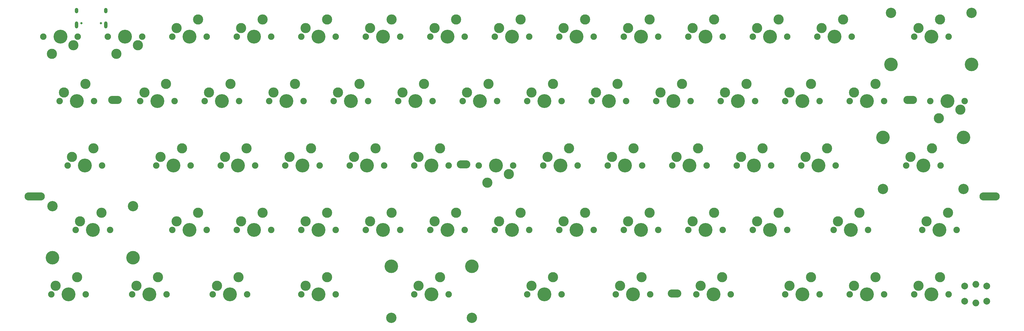
<source format=gbr>
%TF.GenerationSoftware,KiCad,Pcbnew,7.0.1*%
%TF.CreationDate,2025-02-28T05:26:20+09:00*%
%TF.ProjectId,bonyo6x_panel,626f6e79-6f36-4785-9f70-616e656c2e6b,rev?*%
%TF.SameCoordinates,Original*%
%TF.FileFunction,Soldermask,Top*%
%TF.FilePolarity,Negative*%
%FSLAX46Y46*%
G04 Gerber Fmt 4.6, Leading zero omitted, Abs format (unit mm)*
G04 Created by KiCad (PCBNEW 7.0.1) date 2025-02-28 05:26:20*
%MOMM*%
%LPD*%
G01*
G04 APERTURE LIST*
%ADD10C,1.900000*%
%ADD11C,3.000000*%
%ADD12C,4.100000*%
%ADD13C,4.000000*%
%ADD14C,3.050000*%
%ADD15O,4.000000X2.400000*%
%ADD16O,6.000000X2.400000*%
%ADD17C,2.000000*%
%ADD18O,2.000000X2.000000*%
%ADD19C,0.650000*%
%ADD20O,1.000000X1.600000*%
%ADD21O,1.000000X2.100000*%
G04 APERTURE END LIST*
D10*
%TO.C,SW16*%
X90170056Y-67865666D03*
D11*
X91440056Y-65325666D03*
D12*
X95250056Y-67865666D03*
D11*
X97790056Y-62785666D03*
D10*
X100330056Y-67865666D03*
%TD*%
%TO.C,SW57*%
X111601306Y-125015666D03*
D11*
X112871306Y-122475666D03*
D12*
X116681306Y-125015666D03*
D11*
X119221306Y-119935666D03*
D10*
X121761306Y-125015666D03*
%TD*%
%TO.C,SW23*%
X223520056Y-67865666D03*
D11*
X224790056Y-65325666D03*
D12*
X228600056Y-67865666D03*
D11*
X231140056Y-62785666D03*
D10*
X233680056Y-67865666D03*
%TD*%
%TO.C,SW6*%
X156845056Y-48815666D03*
D11*
X158115056Y-46275666D03*
D12*
X161925056Y-48815666D03*
D11*
X164465056Y-43735666D03*
D10*
X167005056Y-48815666D03*
%TD*%
D13*
%TO.C,SW59*%
X164312648Y-116775730D03*
D14*
X164312648Y-132015730D03*
D10*
X171132648Y-125015730D03*
D11*
X172402648Y-122475730D03*
D12*
X176212648Y-125015730D03*
D11*
X178752648Y-119935730D03*
D10*
X181292648Y-125015730D03*
D13*
X188112648Y-116775730D03*
D14*
X188112648Y-132015730D03*
%TD*%
D10*
%TO.C,SW31*%
X113982556Y-86915666D03*
D11*
X115252556Y-84375666D03*
D12*
X119062556Y-86915666D03*
D11*
X121602556Y-81835666D03*
D10*
X124142556Y-86915666D03*
%TD*%
%TO.C,SW62*%
X254476468Y-125015730D03*
D11*
X255746468Y-122475730D03*
D12*
X259556468Y-125015730D03*
D11*
X262096468Y-119935730D03*
D10*
X264636468Y-125015730D03*
%TD*%
%TO.C,SW1*%
X71755056Y-48815666D03*
D11*
X70485056Y-51355666D03*
D12*
X66675056Y-48815666D03*
D11*
X64135056Y-53895666D03*
D10*
X61595056Y-48815666D03*
%TD*%
%TO.C,SW18*%
X128270056Y-67865666D03*
D11*
X129540056Y-65325666D03*
D12*
X133350056Y-67865666D03*
D11*
X135890056Y-62785666D03*
D10*
X138430056Y-67865666D03*
%TD*%
%TO.C,SW32*%
X133032556Y-86915666D03*
D11*
X134302556Y-84375666D03*
D12*
X138112556Y-86915666D03*
D11*
X140652556Y-81835666D03*
D10*
X143192556Y-86915666D03*
%TD*%
%TO.C,SW63*%
X280670240Y-125015730D03*
D11*
X281940240Y-122475730D03*
D12*
X285750240Y-125015730D03*
D11*
X288290240Y-119935730D03*
D10*
X290830240Y-125015730D03*
%TD*%
%TO.C,SW49*%
X213995184Y-105965714D03*
D11*
X215265184Y-103425714D03*
D12*
X219075184Y-105965714D03*
D11*
X221615184Y-100885714D03*
D10*
X224155184Y-105965714D03*
%TD*%
%TO.C,SW61*%
X230663948Y-125015730D03*
D11*
X231933948Y-122475730D03*
D12*
X235743948Y-125015730D03*
D11*
X238283948Y-119935730D03*
D10*
X240823948Y-125015730D03*
%TD*%
%TO.C,SW45*%
X137795120Y-105965666D03*
D11*
X139065120Y-103425666D03*
D12*
X142875120Y-105965666D03*
D11*
X145415120Y-100885666D03*
D10*
X147955120Y-105965666D03*
%TD*%
%TO.C,SW24*%
X242570056Y-67865666D03*
D11*
X243840056Y-65325666D03*
D12*
X247650056Y-67865666D03*
D11*
X250190056Y-62785666D03*
D10*
X252730056Y-67865666D03*
%TD*%
%TO.C,SW51*%
X252095216Y-105965666D03*
D11*
X253365216Y-103425666D03*
D12*
X257175216Y-105965666D03*
D11*
X259715216Y-100885666D03*
D10*
X262255216Y-105965666D03*
%TD*%
%TO.C,SW39*%
X266382556Y-86915666D03*
D11*
X267652556Y-84375666D03*
D12*
X271462556Y-86915666D03*
D11*
X274002556Y-81835666D03*
D10*
X276542556Y-86915666D03*
%TD*%
%TO.C,SW19*%
X147320056Y-67865666D03*
D11*
X148590056Y-65325666D03*
D12*
X152400056Y-67865666D03*
D11*
X154940056Y-62785666D03*
D10*
X157480056Y-67865666D03*
%TD*%
%TO.C,SW36*%
X209232556Y-86915666D03*
D11*
X210502556Y-84375666D03*
D12*
X214312556Y-86915666D03*
D11*
X216852556Y-81835666D03*
D10*
X219392556Y-86915666D03*
%TD*%
%TO.C,SW53*%
X294957752Y-105965714D03*
D11*
X296227752Y-103425714D03*
D12*
X300037752Y-105965714D03*
D11*
X302577752Y-100885714D03*
D10*
X305117752Y-105965714D03*
%TD*%
D15*
%TO.C,REF\u002A\u002A*%
X248026956Y-124817616D03*
%TD*%
%TO.C,REF\u002A\u002A*%
X185727556Y-86616916D03*
%TD*%
D10*
%TO.C,SW21*%
X185420056Y-67865666D03*
D11*
X186690056Y-65325666D03*
D12*
X190500056Y-67865666D03*
D11*
X193040056Y-62785666D03*
D10*
X195580056Y-67865666D03*
%TD*%
%TO.C,SW11*%
X252095056Y-48815666D03*
D11*
X253365056Y-46275666D03*
D12*
X257175056Y-48815666D03*
D11*
X259715056Y-43735666D03*
D10*
X262255056Y-48815666D03*
%TD*%
%TO.C,SW50*%
X233045200Y-105965714D03*
D11*
X234315200Y-103425714D03*
D12*
X238125200Y-105965714D03*
D11*
X240665200Y-100885714D03*
D10*
X243205200Y-105965714D03*
%TD*%
D16*
%TO.C,REF\u002A\u002A*%
X341068756Y-96118116D03*
%TD*%
D10*
%TO.C,SW20*%
X166370056Y-67865666D03*
D11*
X167640056Y-65325666D03*
D12*
X171450056Y-67865666D03*
D11*
X173990056Y-62785666D03*
D10*
X176530056Y-67865666D03*
%TD*%
D14*
%TO.C,SW14*%
X311950056Y-41815666D03*
D13*
X311950056Y-57055666D03*
D10*
X318770056Y-48815666D03*
D11*
X320040056Y-46275666D03*
D12*
X323850056Y-48815666D03*
D11*
X326390056Y-43735666D03*
D10*
X328930056Y-48815666D03*
D14*
X335750056Y-41815666D03*
D13*
X335750056Y-57055666D03*
%TD*%
D10*
%TO.C,SW47*%
X175895152Y-105965666D03*
D11*
X177165152Y-103425666D03*
D12*
X180975152Y-105965666D03*
D11*
X183515152Y-100885666D03*
D10*
X186055152Y-105965666D03*
%TD*%
%TO.C,SW60*%
X204470176Y-125015730D03*
D11*
X205740176Y-122475730D03*
D12*
X209550176Y-125015730D03*
D11*
X212090176Y-119935730D03*
D10*
X214630176Y-125015730D03*
%TD*%
D13*
%TO.C,SW41*%
X309568806Y-78675666D03*
D14*
X309568806Y-93915666D03*
D10*
X316388806Y-86915666D03*
D11*
X317658806Y-84375666D03*
D12*
X321468806Y-86915666D03*
D11*
X324008806Y-81835666D03*
D10*
X326548806Y-86915666D03*
D13*
X333368806Y-78675666D03*
D14*
X333368806Y-93915666D03*
%TD*%
D10*
%TO.C,SW25*%
X261620056Y-67865666D03*
D11*
X262890056Y-65325666D03*
D12*
X266700056Y-67865666D03*
D11*
X269240056Y-62785666D03*
D10*
X271780056Y-67865666D03*
%TD*%
%TO.C,SW40*%
X285432556Y-86915666D03*
D11*
X286702556Y-84375666D03*
D12*
X290512556Y-86915666D03*
D11*
X293052556Y-81835666D03*
D10*
X295592556Y-86915666D03*
%TD*%
%TO.C,SW46*%
X156845136Y-105965714D03*
D11*
X158115136Y-103425714D03*
D12*
X161925136Y-105965714D03*
D11*
X164465136Y-100885714D03*
D10*
X167005136Y-105965714D03*
%TD*%
%TO.C,SW44*%
X118745104Y-105965714D03*
D11*
X120015104Y-103425714D03*
D12*
X123825104Y-105965714D03*
D11*
X126365104Y-100885714D03*
D10*
X128905104Y-105965714D03*
%TD*%
%TO.C,SW13*%
X290195056Y-48815666D03*
D11*
X291465056Y-46275666D03*
D12*
X295275056Y-48815666D03*
D11*
X297815056Y-43735666D03*
D10*
X300355056Y-48815666D03*
%TD*%
%TO.C,SW30*%
X94932556Y-86915698D03*
D11*
X96202556Y-84375698D03*
D12*
X100012556Y-86915698D03*
D11*
X102552556Y-81835698D03*
D10*
X105092556Y-86915698D03*
%TD*%
%TO.C,SW17*%
X109220056Y-67865666D03*
D11*
X110490056Y-65325666D03*
D12*
X114300056Y-67865666D03*
D11*
X116840056Y-62785666D03*
D10*
X119380056Y-67865666D03*
%TD*%
%TO.C,SW54*%
X321151306Y-105965666D03*
D11*
X322421306Y-103425666D03*
D12*
X326231306Y-105965666D03*
D11*
X328771306Y-100885666D03*
D10*
X331311306Y-105965666D03*
%TD*%
%TO.C,SW2*%
X90805056Y-48815666D03*
D11*
X89535056Y-51355666D03*
D12*
X85725056Y-48815666D03*
D11*
X83185056Y-53895666D03*
D10*
X80645056Y-48815666D03*
%TD*%
%TO.C,SW29*%
X68738806Y-86915698D03*
D11*
X70008806Y-84375698D03*
D12*
X73818806Y-86915698D03*
D11*
X76358806Y-81835698D03*
D10*
X78898806Y-86915698D03*
%TD*%
%TO.C,SW65*%
X318770272Y-125015666D03*
D11*
X320040272Y-122475666D03*
D12*
X323850272Y-125015666D03*
D11*
X326390272Y-119935666D03*
D10*
X328930272Y-125015666D03*
%TD*%
%TO.C,SW52*%
X271145232Y-105965714D03*
D11*
X272415232Y-103425714D03*
D12*
X276225232Y-105965714D03*
D11*
X278765232Y-100885714D03*
D10*
X281305232Y-105965714D03*
%TD*%
%TO.C,SW10*%
X233045056Y-48815666D03*
D11*
X234315056Y-46275666D03*
D12*
X238125056Y-48815666D03*
D11*
X240665056Y-43735666D03*
D10*
X243205056Y-48815666D03*
%TD*%
%TO.C,SW9*%
X213995056Y-48815666D03*
D11*
X215265056Y-46275666D03*
D12*
X219075056Y-48815666D03*
D11*
X221615056Y-43735666D03*
D10*
X224155056Y-48815666D03*
%TD*%
%TO.C,SW55*%
X63976306Y-125015666D03*
D11*
X65246306Y-122475666D03*
D12*
X69056306Y-125015666D03*
D11*
X71596306Y-119935666D03*
D10*
X74136306Y-125015666D03*
%TD*%
D14*
%TO.C,SW42*%
X64300064Y-98965714D03*
D13*
X64300064Y-114205714D03*
D10*
X71120064Y-105965714D03*
D11*
X72390064Y-103425714D03*
D12*
X76200064Y-105965714D03*
D11*
X78740064Y-100885714D03*
D10*
X81280064Y-105965714D03*
D14*
X88100064Y-98965714D03*
D13*
X88100064Y-114205714D03*
%TD*%
D10*
%TO.C,SW35*%
X200342556Y-86915666D03*
D11*
X199072556Y-89455666D03*
D12*
X195262556Y-86915666D03*
D11*
X192722556Y-91995666D03*
D10*
X190182556Y-86915666D03*
%TD*%
%TO.C,SW43*%
X99695088Y-105965714D03*
D11*
X100965088Y-103425714D03*
D12*
X104775088Y-105965714D03*
D11*
X107315088Y-100885714D03*
D10*
X109855088Y-105965714D03*
%TD*%
%TO.C,SW5*%
X137795056Y-48815666D03*
D11*
X139065056Y-46275666D03*
D12*
X142875056Y-48815666D03*
D11*
X145415056Y-43735666D03*
D10*
X147955056Y-48815666D03*
%TD*%
D17*
%TO.C,SW_tact1*%
X333697158Y-122565666D03*
D18*
X336947158Y-122065666D03*
D17*
X340197158Y-122565666D03*
X333697158Y-127065666D03*
D18*
X336947158Y-127565666D03*
D17*
X340197158Y-127065666D03*
%TD*%
D10*
%TO.C,SW26*%
X280670056Y-67865666D03*
D11*
X281940056Y-65325666D03*
D12*
X285750056Y-67865666D03*
D11*
X288290056Y-62785666D03*
D10*
X290830056Y-67865666D03*
%TD*%
%TO.C,SW64*%
X299720256Y-125015730D03*
D11*
X300990256Y-122475730D03*
D12*
X304800256Y-125015730D03*
D11*
X307340256Y-119935730D03*
D10*
X309880256Y-125015730D03*
%TD*%
D16*
%TO.C,REF\u002A\u002A*%
X58986456Y-96118116D03*
%TD*%
D10*
%TO.C,SW58*%
X137795120Y-125015730D03*
D11*
X139065120Y-122475730D03*
D12*
X142875120Y-125015730D03*
D11*
X145415120Y-119935730D03*
D10*
X147955120Y-125015730D03*
%TD*%
%TO.C,SW27*%
X299720056Y-67865666D03*
D11*
X300990056Y-65325666D03*
D12*
X304800056Y-67865666D03*
D11*
X307340056Y-62785666D03*
D10*
X309880056Y-67865666D03*
%TD*%
%TO.C,SW12*%
X271145056Y-48815666D03*
D11*
X272415056Y-46275666D03*
D12*
X276225056Y-48815666D03*
D11*
X278765056Y-43735666D03*
D10*
X281305056Y-48815666D03*
%TD*%
D15*
%TO.C,REF\u002A\u002A*%
X82726856Y-67517716D03*
%TD*%
D10*
%TO.C,SW22*%
X204470056Y-67865666D03*
D11*
X205740056Y-65325666D03*
D12*
X209550056Y-67865666D03*
D11*
X212090056Y-62785666D03*
D10*
X214630056Y-67865666D03*
%TD*%
%TO.C,SW37*%
X228282556Y-86915666D03*
D11*
X229552556Y-84375666D03*
D12*
X233362556Y-86915666D03*
D11*
X235902556Y-81835666D03*
D10*
X238442556Y-86915666D03*
%TD*%
%TO.C,SW48*%
X194945168Y-105965666D03*
D11*
X196215168Y-103425666D03*
D12*
X200025168Y-105965666D03*
D11*
X202565168Y-100885666D03*
D10*
X205105168Y-105965666D03*
%TD*%
%TO.C,SW3*%
X99695056Y-48815666D03*
D11*
X100965056Y-46275666D03*
D12*
X104775056Y-48815666D03*
D11*
X107315056Y-43735666D03*
D10*
X109855056Y-48815666D03*
%TD*%
%TO.C,SW7*%
X175895056Y-48815666D03*
D11*
X177165056Y-46275666D03*
D12*
X180975056Y-48815666D03*
D11*
X183515056Y-43735666D03*
D10*
X186055056Y-48815666D03*
%TD*%
%TO.C,SW4*%
X118745056Y-48815666D03*
D11*
X120015056Y-46275666D03*
D12*
X123825056Y-48815666D03*
D11*
X126365056Y-43735666D03*
D10*
X128905056Y-48815666D03*
%TD*%
D15*
%TO.C,REF\u002A\u002A*%
X317577456Y-67517716D03*
%TD*%
D10*
%TO.C,SW8*%
X194945056Y-48815666D03*
D11*
X196215056Y-46275666D03*
D12*
X200025056Y-48815666D03*
D11*
X202565056Y-43735666D03*
D10*
X205105056Y-48815666D03*
%TD*%
%TO.C,SW56*%
X87788806Y-125015666D03*
D11*
X89058806Y-122475666D03*
D12*
X92868806Y-125015666D03*
D11*
X95408806Y-119935666D03*
D10*
X97948806Y-125015666D03*
%TD*%
%TO.C,SW34*%
X171132556Y-86915666D03*
D11*
X172402556Y-84375666D03*
D12*
X176212556Y-86915666D03*
D11*
X178752556Y-81835666D03*
D10*
X181292556Y-86915666D03*
%TD*%
%TO.C,SW15*%
X66357556Y-67865666D03*
D11*
X67627556Y-65325666D03*
D12*
X71437556Y-67865666D03*
D11*
X73977556Y-62785666D03*
D10*
X76517556Y-67865666D03*
%TD*%
%TO.C,SW33*%
X152082556Y-86915666D03*
D11*
X153352556Y-84375666D03*
D12*
X157162556Y-86915666D03*
D11*
X159702556Y-81835666D03*
D10*
X162242556Y-86915666D03*
%TD*%
%TO.C,SW38*%
X247332556Y-86915666D03*
D11*
X248602556Y-84375666D03*
D12*
X252412556Y-86915666D03*
D11*
X254952556Y-81835666D03*
D10*
X257492556Y-86915666D03*
%TD*%
%TO.C,SW28*%
X333692556Y-67865666D03*
D11*
X332422556Y-70405666D03*
D12*
X328612556Y-67865666D03*
D11*
X326072556Y-72945666D03*
D10*
X323532556Y-67865666D03*
%TD*%
D19*
%TO.C,J1*%
X72837556Y-44815666D03*
X78617556Y-44815666D03*
D20*
X71407556Y-41165666D03*
D21*
X71407556Y-45345666D03*
D20*
X80047556Y-41165666D03*
D21*
X80047556Y-45345666D03*
%TD*%
M02*

</source>
